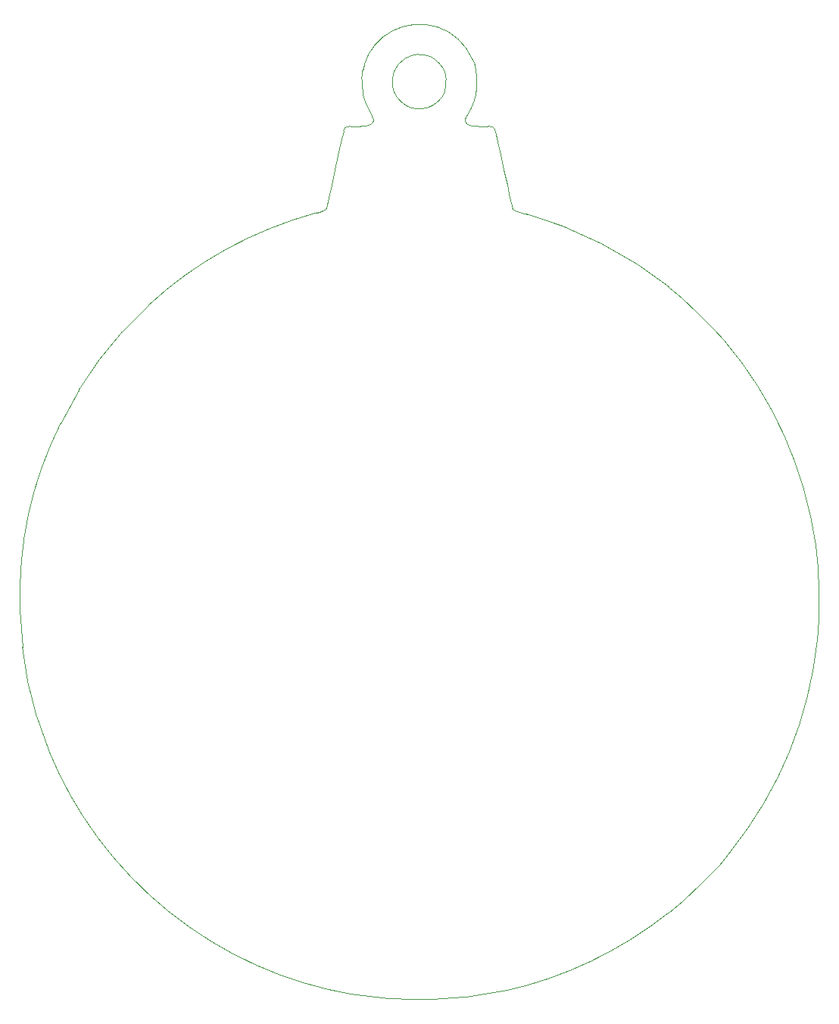
<source format=gm1>
%TF.GenerationSoftware,KiCad,Pcbnew,(6.0.7)*%
%TF.CreationDate,2022-10-09T20:49:51-07:00*%
%TF.ProjectId,IEEE_PCB_1,49454545-5f50-4434-925f-312e6b696361,1*%
%TF.SameCoordinates,Original*%
%TF.FileFunction,Profile,NP*%
%FSLAX46Y46*%
G04 Gerber Fmt 4.6, Leading zero omitted, Abs format (unit mm)*
G04 Created by KiCad (PCBNEW (6.0.7)) date 2022-10-09 20:49:51*
%MOMM*%
%LPD*%
G01*
G04 APERTURE LIST*
%TA.AperFunction,Profile*%
%ADD10C,0.004500*%
%TD*%
G04 APERTURE END LIST*
D10*
%TO.C,REF\u002A\u002A*%
X179524624Y-101472034D02*
X179514313Y-104551885D01*
X123392324Y-59070239D02*
X123745379Y-58967399D01*
X128525327Y-45616351D02*
X128457236Y-44872542D01*
X145420101Y-58770706D02*
X145826836Y-58906389D01*
X164365431Y-135939950D02*
X162767324Y-137311632D01*
X93412978Y-119154980D02*
X92049248Y-115329103D01*
X124061519Y-58863860D02*
X124321645Y-58769099D01*
X129152266Y-47367432D02*
X128814590Y-46656938D01*
X127188846Y-49414506D02*
X127923290Y-49404980D01*
X129586650Y-48272306D02*
X129387906Y-47844082D01*
X164165130Y-68548519D02*
X165961730Y-70247883D01*
X140802911Y-41931446D02*
X141045224Y-42518914D01*
X167717009Y-72006774D02*
X168987789Y-73404980D01*
X123745379Y-58967399D02*
X124061519Y-58863860D01*
X162767324Y-67349164D02*
X164165130Y-68548519D01*
X145826836Y-58906389D02*
X146312911Y-59057619D01*
X166408878Y-133976465D02*
X164365431Y-135939950D01*
X143951762Y-52609843D02*
X144308276Y-54286273D01*
X90484065Y-107664324D02*
X90210909Y-103470507D01*
X141106505Y-49393749D02*
X141772760Y-49404980D01*
X124750964Y-57375727D02*
X125066105Y-55960134D01*
X125418410Y-54299637D02*
X125773653Y-52626184D01*
X140998532Y-46504863D02*
X140604824Y-47323170D01*
X179514313Y-104551885D02*
X179366342Y-106854981D01*
X141225281Y-43533519D02*
X141240848Y-44472935D01*
X125066105Y-55960134D02*
X125418410Y-54299637D01*
X127923290Y-49404980D02*
X128577864Y-49393320D01*
X144308276Y-54286273D02*
X144662424Y-55950681D01*
X94744709Y-82629980D02*
X96791408Y-78895682D01*
X141772760Y-49404980D02*
X142519671Y-49414457D01*
X140604824Y-47323170D02*
X140148908Y-48247814D01*
X144979398Y-57369861D02*
X145266860Y-58612807D01*
X165961730Y-70247883D02*
X167717009Y-72006774D01*
X124465139Y-58616076D02*
X124750964Y-57375727D01*
X143338972Y-49903644D02*
X143627246Y-51151902D01*
X143627246Y-51151902D02*
X143951762Y-52609843D01*
X141240848Y-44472935D02*
X141225947Y-45498635D01*
X128457236Y-44872542D02*
X128431167Y-44167698D01*
X125773653Y-52626184D02*
X126098102Y-51168833D01*
X144662424Y-55950681D02*
X144979398Y-57369861D01*
X129745015Y-48635218D02*
X129586650Y-48272306D01*
X128538868Y-43131986D02*
X128698668Y-42532513D01*
X169720318Y-130404981D02*
X168377082Y-131955613D01*
X101638367Y-72400061D02*
X104642324Y-69365848D01*
X168377082Y-131955613D02*
X166408878Y-133976465D01*
X146312911Y-59057619D02*
X146867324Y-59216676D01*
X129387906Y-47844082D02*
X129152266Y-47367432D01*
X179423995Y-98426818D02*
X179524624Y-101472034D01*
X126098102Y-51168833D02*
X126386342Y-49923308D01*
X129597994Y-49049639D02*
G75*
G03*
X129686744Y-48933227I-860167J747809D01*
G01*
X137511844Y-42921542D02*
G75*
G03*
X137130105Y-42428297I-3685844J-2458258D01*
G01*
X137849562Y-44009267D02*
G75*
G03*
X137730828Y-43370901I-2411662J-118333D01*
G01*
X133379591Y-47099837D02*
G75*
G03*
X133920080Y-47344461I1150159J1821837D01*
G01*
X124406605Y-58716592D02*
G75*
G03*
X124465138Y-58616076I-133479J145029D01*
G01*
X143256549Y-49684779D02*
G75*
G03*
X143116774Y-49538095I-335249J-179521D01*
G01*
X136864569Y-38307316D02*
G75*
G03*
X134313461Y-38032407I-1981769J-6416084D01*
G01*
X141225282Y-43533519D02*
G75*
G03*
X141169329Y-42983748I-3992282J-128581D01*
G01*
X141160212Y-46022755D02*
G75*
G03*
X141225947Y-45498635I-2723842J607805D01*
G01*
X139164429Y-39634133D02*
G75*
G03*
X138084396Y-38840110I-4137329J-4496067D01*
G01*
X128525327Y-45616351D02*
G75*
G03*
X128629784Y-46142502I3520330J425448D01*
G01*
X154079131Y-142736031D02*
G75*
G03*
X158575759Y-140265810I-19880931J41517731D01*
G01*
X143338988Y-49903640D02*
G75*
G03*
X143256520Y-49684795I-872588J-203860D01*
G01*
X136471821Y-47013709D02*
G75*
G03*
X136997210Y-46600544I-1776221J2799309D01*
G01*
X132049493Y-45609490D02*
G75*
G03*
X132362712Y-46159441I2325227J960140D01*
G01*
X140348840Y-146728505D02*
G75*
G03*
X144578622Y-146021373I-5060140J43271705D01*
G01*
X129292186Y-49277585D02*
G75*
G03*
X129493013Y-49156732I-207416J571962D01*
G01*
X145326293Y-58714882D02*
G75*
G03*
X145420101Y-58770706I179307J194582D01*
G01*
X113259977Y-63162550D02*
G75*
G03*
X108734800Y-66016518I21282623J-38759650D01*
G01*
X176241279Y-119341169D02*
G75*
G03*
X178230910Y-113263707I-40920679J16760969D01*
G01*
X99055301Y-75531149D02*
G75*
G03*
X96791408Y-78895682I33331899J-24871951D01*
G01*
X127367324Y-146449358D02*
G75*
G03*
X131586000Y-146946447I7043156J41623638D01*
G01*
X135331656Y-47419703D02*
G75*
G03*
X135911435Y-47288988I-226056J2353803D01*
G01*
X142896952Y-49454549D02*
G75*
G03*
X142519671Y-49414458I-436652J-2313851D01*
G01*
X90379023Y-97925442D02*
G75*
G03*
X90210908Y-103470507I49769917J-4283998D01*
G01*
X101638367Y-72400061D02*
G75*
G03*
X99055304Y-75531150I30814733J-28052339D01*
G01*
X140077466Y-40673321D02*
G75*
G03*
X139164425Y-39634137I-5338266J-3769579D01*
G01*
X137702156Y-45574142D02*
G75*
G03*
X137830839Y-44812478I-5232266J1275692D01*
G01*
X93412978Y-119154980D02*
G75*
G03*
X98976157Y-129028052I41255722J16742480D01*
G01*
X140203037Y-49169267D02*
G75*
G03*
X140386031Y-49283496I338363J338367D01*
G01*
X132021026Y-43327925D02*
G75*
G03*
X131834664Y-44257271I2525734J-989845D01*
G01*
X91169179Y-92698619D02*
G75*
G03*
X90379023Y-97925442I40274470J-8761561D01*
G01*
X155202666Y-62525309D02*
G75*
G03*
X150987820Y-60608103I-22981766J-44932191D01*
G01*
X126825130Y-49455432D02*
G75*
G03*
X126612837Y-49542444I119080J-593017D01*
G01*
X132362711Y-46159441D02*
G75*
G03*
X132836515Y-46683612I3105689J2331041D01*
G01*
X150987822Y-60608099D02*
G75*
G03*
X146867323Y-59216676I-14618722J-36494401D01*
G01*
X129493012Y-49156732D02*
G75*
G03*
X129597994Y-49049639I-842141J930544D01*
G01*
X132518735Y-42484974D02*
G75*
G03*
X132021025Y-43327926I2365525J-1965106D01*
G01*
X136226439Y-41686898D02*
G75*
G03*
X135777615Y-41517264I-982139J-1920002D01*
G01*
X131866197Y-38739267D02*
G75*
G03*
X129895249Y-40319685I2945353J-5692363D01*
G01*
X140675228Y-49354230D02*
G75*
G03*
X141106504Y-49393749I557672J3712930D01*
G01*
X159224899Y-64821191D02*
G75*
G03*
X155202665Y-62525310I-27012295J-42652495D01*
G01*
X177829864Y-89926629D02*
G75*
G03*
X175656717Y-83971821I-43301664J-12428571D01*
G01*
X123392324Y-59070240D02*
G75*
G03*
X118165144Y-60838136I12941876J-46877160D01*
G01*
X135777615Y-41517264D02*
G75*
G03*
X135215318Y-41412853I-1066515J-4177336D01*
G01*
X128577864Y-49393320D02*
G75*
G03*
X129002234Y-49352353I-125343J3516875D01*
G01*
X136674486Y-41985039D02*
G75*
G03*
X136226442Y-41686893I-1520986J-1799961D01*
G01*
X92615170Y-87647949D02*
G75*
G03*
X91169178Y-92698619I38296554J-13696518D01*
G01*
X94744706Y-82629978D02*
G75*
G03*
X92615171Y-87647949I42236894J-20885422D01*
G01*
X134313461Y-38032407D02*
G75*
G03*
X131866197Y-38739267I553609J-6506533D01*
G01*
X131879432Y-44990098D02*
G75*
G03*
X132049493Y-45609489I2576918J374478D01*
G01*
X145266846Y-58612810D02*
G75*
G03*
X145326302Y-58714873I195454J45510D01*
G01*
X124321645Y-58769099D02*
G75*
G03*
X124406605Y-58716592I-93771J246717D01*
G01*
X172700595Y-78452073D02*
G75*
G03*
X168987789Y-73404980I-37234895J-23502027D01*
G01*
X158575760Y-140265809D02*
G75*
G03*
X162767324Y-137311633I-24330160J38971809D01*
G01*
X173398591Y-125061325D02*
G75*
G03*
X176241275Y-119341167I-37980391J22441125D01*
G01*
X98976157Y-129028053D02*
G75*
G03*
X106866130Y-137210175I36116033J26931293D01*
G01*
X178230910Y-113263707D02*
G75*
G03*
X179366341Y-106854980I-46027021J11459530D01*
G01*
X143116772Y-49538097D02*
G75*
G03*
X142896950Y-49454556I-343472J-572803D01*
G01*
X175656721Y-83971819D02*
G75*
G03*
X172700596Y-78452073I-40094221J-17921181D01*
G01*
X141169331Y-42983748D02*
G75*
G03*
X141045225Y-42518914I-2629831J-453152D01*
G01*
X129002234Y-49352353D02*
G75*
G03*
X129292186Y-49277585I-245221J1550577D01*
G01*
X149378793Y-144669829D02*
G75*
G03*
X154079132Y-142736031I-14811893J42681429D01*
G01*
X91084919Y-111557906D02*
G75*
G03*
X92049248Y-115329104I38967083J7955338D01*
G01*
X108734801Y-66016519D02*
G75*
G03*
X104642324Y-69365848I24644299J-34287281D01*
G01*
X140386033Y-49283490D02*
G75*
G03*
X140675229Y-49354228I532967J1552390D01*
G01*
X144578623Y-146021376D02*
G75*
G03*
X149378792Y-144669827I-8930223J40916576D01*
G01*
X128538867Y-43131986D02*
G75*
G03*
X128455502Y-43634277I4026333J-926314D01*
G01*
X90484065Y-107664324D02*
G75*
G03*
X91084919Y-111557906I40595186J4271459D01*
G01*
X129767324Y-48744467D02*
G75*
G03*
X129745015Y-48635218I-278643J3D01*
G01*
X135215318Y-41412851D02*
G75*
G03*
X134644820Y-41383835I-503418J-4274949D01*
G01*
X131834664Y-44257272D02*
G75*
G03*
X131879433Y-44990099I4409036J-98428D01*
G01*
X140998532Y-46504863D02*
G75*
G03*
X141160213Y-46022754I-2228032J1015363D01*
G01*
X140011658Y-48647782D02*
G75*
G03*
X140034009Y-48913426I442642J-96518D01*
G01*
X116546896Y-143152245D02*
G75*
G03*
X127367324Y-146449359I18203984J40337875D01*
G01*
X129895249Y-40319685D02*
G75*
G03*
X128698668Y-42532513I4836691J-4045365D01*
G01*
X138084393Y-38840114D02*
G75*
G03*
X136864569Y-38307315I-2973693J-5145386D01*
G01*
X126471906Y-49696419D02*
G75*
G03*
X126386343Y-49923308I819735J-438712D01*
G01*
X137130105Y-42428296D02*
G75*
G03*
X136674481Y-41985044I-3389305J-3028104D01*
G01*
X129749007Y-48824273D02*
G75*
G03*
X129767324Y-48744467I-164692J79805D01*
G01*
X137830840Y-44812478D02*
G75*
G03*
X137849557Y-44009268I-5535990J530828D01*
G01*
X179208214Y-96270768D02*
G75*
G03*
X177829861Y-89926630I-48997870J-7323680D01*
G01*
X135965575Y-147038638D02*
G75*
G03*
X140348840Y-146728504I-1193575J47999738D01*
G01*
X140802910Y-41931447D02*
G75*
G03*
X140077467Y-40673320I-7196710J-3311453D01*
G01*
X133920083Y-47344454D02*
G75*
G03*
X134540216Y-47444527I702317J2380654D01*
G01*
X126612837Y-49542444D02*
G75*
G03*
X126471906Y-49696419I231281J-353172D01*
G01*
X169720319Y-130404982D02*
G75*
G03*
X173398587Y-125061324I-36717319J29211882D01*
G01*
X134644819Y-41383837D02*
G75*
G03*
X134171052Y-41444844I33181J-2127763D01*
G01*
X136997211Y-46600544D02*
G75*
G03*
X137472901Y-46060814I-3084211J3197744D01*
G01*
X132836518Y-46683609D02*
G75*
G03*
X133379592Y-47099838I2556982J2773809D01*
G01*
X137730844Y-43370896D02*
G75*
G03*
X137511840Y-42921544I-1768344J-583804D01*
G01*
X128629787Y-46142500D02*
G75*
G03*
X128814589Y-46656938I3603013J1003900D01*
G01*
X128455501Y-43634278D02*
G75*
G03*
X128431167Y-44167699I4643999J-479122D01*
G01*
X129686745Y-48933227D02*
G75*
G03*
X129749007Y-48824273I-769558J512032D01*
G01*
X131586000Y-146946447D02*
G75*
G03*
X135965576Y-147038637I3193160J47620097D01*
G01*
X179423995Y-98426818D02*
G75*
G03*
X179208215Y-96270768I-22261995J-1139182D01*
G01*
X134540215Y-47444530D02*
G75*
G03*
X135331656Y-47419707I203385J6144630D01*
G01*
X133265086Y-41829873D02*
G75*
G03*
X132518736Y-42484974I1692914J-2681427D01*
G01*
X106866130Y-137210175D02*
G75*
G03*
X116546896Y-143152245I28186150J35063675D01*
G01*
X135911436Y-47288991D02*
G75*
G03*
X136471822Y-47013709I-978036J2698991D01*
G01*
X162767324Y-67349164D02*
G75*
G03*
X159224900Y-64821191I-24621524J-30755936D01*
G01*
X118165144Y-60838136D02*
G75*
G03*
X113259975Y-63162547I17015856J-42246164D01*
G01*
X140148905Y-48247813D02*
G75*
G03*
X140011640Y-48647778I1641795J-786987D01*
G01*
X127188846Y-49414506D02*
G75*
G03*
X126825130Y-49455432I55183J-2127085D01*
G01*
X134171053Y-41444843D02*
G75*
G03*
X133265086Y-41829873I730047J-2976157D01*
G01*
X137472902Y-46060814D02*
G75*
G03*
X137702156Y-45574142I-1079002J805614D01*
G01*
X140034007Y-48913427D02*
G75*
G03*
X140203038Y-49169266I710593J285727D01*
G01*
%TD*%
M02*

</source>
